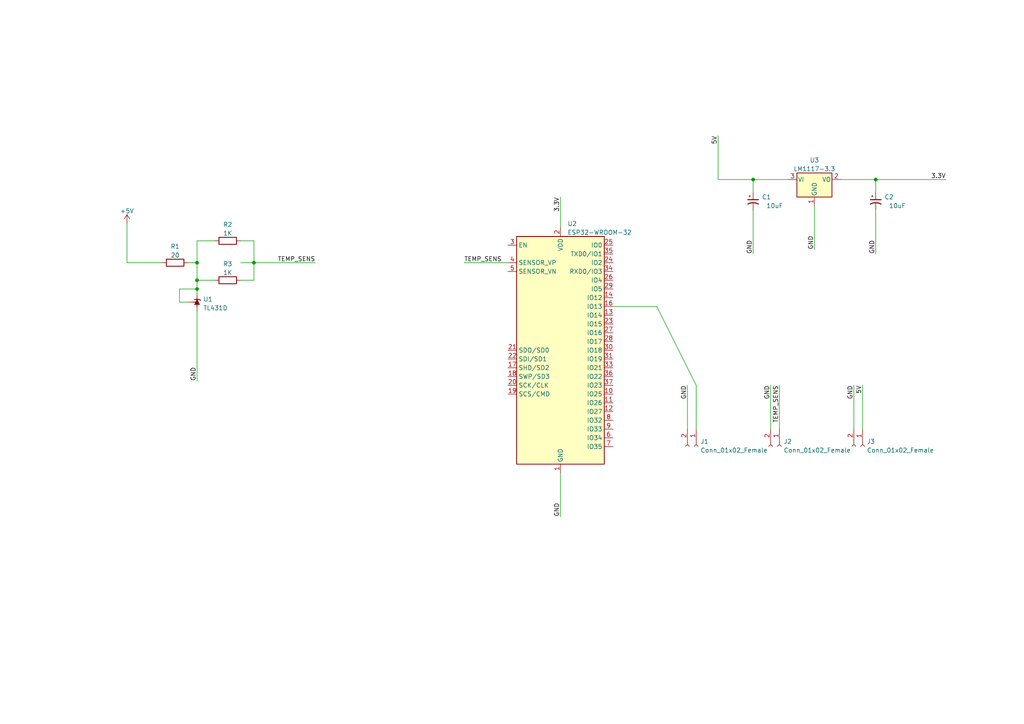
<source format=kicad_sch>
(kicad_sch (version 20211123) (generator eeschema)
  (paper "A4")
  (lib_symbols
    (symbol "Connector:Conn_01x02_Female" (pin_names (offset 1.016) hide)
      (property "Reference" "J" (at 0 2.54 0))
      (property "Value" "Conn_01x02_Female" (at 0 -5.08 0))
      (symbol "Conn_01x02_Female_1_1"
        (arc (start 0 -2.032) (mid -0.508 -2.54) (end 0 -3.048) (stroke (width 0.1524)))
        (polyline (pts (xy -1.27 -2.54) (xy -0.508 -2.54)) (stroke (width 0.1524)))
        (polyline (pts (xy -1.27 0) (xy -0.508 0)) (stroke (width 0.1524)))
        (arc (start 0 0.508) (mid -0.508 0) (end 0 -0.508) (stroke (width 0.1524)))
        (pin passive line (at -5.08 0 0) (length 3.81) (name "Pin_1") (number "1"))
        (pin passive line (at -5.08 -2.54 0) (length 3.81) (name "Pin_2") (number "2"))
      )
    )
    (symbol "Device:C_Polarized_Small_US" (pin_numbers hide) (pin_names (offset 0.254) hide)
      (property "Reference" "C" (at 0.254 1.778 0))
      (property "Value" "C_Polarized_Small_US" (at 0.254 -2.032 0))
      (symbol "C_Polarized_Small_US_0_1"
        (polyline (pts (xy -1.524 0.508) (xy 1.524 0.508)) (stroke (width 0.3048)))
        (polyline (pts (xy -1.27 1.524) (xy -0.762 1.524)))
        (polyline (pts (xy -1.016 1.27) (xy -1.016 1.778)))
        (arc (start 1.524 -0.762) (mid 0 -0.3734) (end -1.524 -0.762) (stroke (width 0.3048)))
      )
      (symbol "C_Polarized_Small_US_1_1"
        (pin passive line (at 0 2.54 270) (length 2.032) (name "~") (number "1"))
        (pin passive line (at 0 -2.54 90) (length 2.032) (name "~") (number "2"))
      )
    )
    (symbol "Device:R" (pin_numbers hide) (pin_names (offset 0))
      (property "Reference" "R" (at 2.032 0 90))
      (property "Value" "R" (at 0 0 90))
      (symbol "R_0_1"
        (rectangle (start -1.016 -2.54) (end 1.016 2.54) (stroke (width 0.254)))
      )
      (symbol "R_1_1"
        (pin passive line (at 0 3.81 270) (length 1.27) (name "~") (number "1"))
        (pin passive line (at 0 -3.81 90) (length 1.27) (name "~") (number "2"))
      )
    )
    (symbol "RF_Module:ESP32-WROOM-32"
      (property "Reference" "U" (at -12.7 34.29 0))
      (property "Value" "ESP32-WROOM-32" (at 1.27 34.29 0))
      (symbol "ESP32-WROOM-32_0_1"
        (rectangle (start -12.7 33.02) (end 12.7 -33.02) (stroke (width 0.254)) (fill (type background)))
      )
      (symbol "ESP32-WROOM-32_1_1"
        (pin power_in line (at 0 -35.56 90) (length 2.54) (name "GND") (number "1"))
        (pin bidirectional line (at 15.24 -12.7 180) (length 2.54) (name "IO25") (number "10"))
        (pin bidirectional line (at 15.24 -15.24 180) (length 2.54) (name "IO26") (number "11"))
        (pin bidirectional line (at 15.24 -17.78 180) (length 2.54) (name "IO27") (number "12"))
        (pin bidirectional line (at 15.24 10.16 180) (length 2.54) (name "IO14") (number "13"))
        (pin bidirectional line (at 15.24 15.24 180) (length 2.54) (name "IO12") (number "14"))
        (pin passive line (at 0 -35.56 90) (length 2.54) hide (name "GND") (number "15"))
        (pin bidirectional line (at 15.24 12.7 180) (length 2.54) (name "IO13") (number "16"))
        (pin bidirectional line (at -15.24 -5.08 0) (length 2.54) (name "SHD/SD2") (number "17"))
        (pin bidirectional line (at -15.24 -7.62 0) (length 2.54) (name "SWP/SD3") (number "18"))
        (pin bidirectional line (at -15.24 -12.7 0) (length 2.54) (name "SCS/CMD") (number "19"))
        (pin power_in line (at 0 35.56 270) (length 2.54) (name "VDD") (number "2"))
        (pin bidirectional line (at -15.24 -10.16 0) (length 2.54) (name "SCK/CLK") (number "20"))
        (pin bidirectional line (at -15.24 0 0) (length 2.54) (name "SDO/SD0") (number "21"))
        (pin bidirectional line (at -15.24 -2.54 0) (length 2.54) (name "SDI/SD1") (number "22"))
        (pin bidirectional line (at 15.24 7.62 180) (length 2.54) (name "IO15") (number "23"))
        (pin bidirectional line (at 15.24 25.4 180) (length 2.54) (name "IO2") (number "24"))
        (pin bidirectional line (at 15.24 30.48 180) (length 2.54) (name "IO0") (number "25"))
        (pin bidirectional line (at 15.24 20.32 180) (length 2.54) (name "IO4") (number "26"))
        (pin bidirectional line (at 15.24 5.08 180) (length 2.54) (name "IO16") (number "27"))
        (pin bidirectional line (at 15.24 2.54 180) (length 2.54) (name "IO17") (number "28"))
        (pin bidirectional line (at 15.24 17.78 180) (length 2.54) (name "IO5") (number "29"))
        (pin input line (at -15.24 30.48 0) (length 2.54) (name "EN") (number "3"))
        (pin bidirectional line (at 15.24 0 180) (length 2.54) (name "IO18") (number "30"))
        (pin bidirectional line (at 15.24 -2.54 180) (length 2.54) (name "IO19") (number "31"))
        (pin no_connect line (at -12.7 -27.94 0) (length 2.54) hide (name "NC") (number "32"))
        (pin bidirectional line (at 15.24 -5.08 180) (length 2.54) (name "IO21") (number "33"))
        (pin bidirectional line (at 15.24 22.86 180) (length 2.54) (name "RXD0/IO3") (number "34"))
        (pin bidirectional line (at 15.24 27.94 180) (length 2.54) (name "TXD0/IO1") (number "35"))
        (pin bidirectional line (at 15.24 -7.62 180) (length 2.54) (name "IO22") (number "36"))
        (pin bidirectional line (at 15.24 -10.16 180) (length 2.54) (name "IO23") (number "37"))
        (pin passive line (at 0 -35.56 90) (length 2.54) hide (name "GND") (number "38"))
        (pin passive line (at 0 -35.56 90) (length 2.54) hide (name "GND") (number "39"))
        (pin input line (at -15.24 25.4 0) (length 2.54) (name "SENSOR_VP") (number "4"))
        (pin input line (at -15.24 22.86 0) (length 2.54) (name "SENSOR_VN") (number "5"))
        (pin input line (at 15.24 -25.4 180) (length 2.54) (name "IO34") (number "6"))
        (pin input line (at 15.24 -27.94 180) (length 2.54) (name "IO35") (number "7"))
        (pin bidirectional line (at 15.24 -20.32 180) (length 2.54) (name "IO32") (number "8"))
        (pin bidirectional line (at 15.24 -22.86 180) (length 2.54) (name "IO33") (number "9"))
      )
    )
    (symbol "Reference_Voltage:TL431D" (pin_numbers hide) (pin_names hide)
      (property "Reference" "U" (at 0 -2.54 0))
      (property "Value" "TL431D" (at 0 -4.445 0))
      (symbol "TL431D_0_1"
        (polyline (pts (xy -1.27 0) (xy 0 0) (xy 1.27 0)))
        (polyline (pts (xy -0.762 0.762) (xy 0.762 0) (xy -0.762 -0.762)) (fill (type outline)))
        (polyline (pts (xy 0.508 -1.016) (xy 0.762 -0.762) (xy 0.762 0.762) (xy 0.762 0.762)) (stroke (width 0.254)))
      )
      (symbol "TL431D_1_1"
        (polyline (pts (xy 0 1.27) (xy 0 0)))
        (pin passive line (at 2.54 0 180) (length 2.54) (name "K") (number "1"))
        (pin passive line (at -2.54 0 0) (length 2.54) (name "A") (number "2"))
        (pin passive line (at -2.54 0 0) (length 2.54) hide (name "A") (number "3"))
        (pin passive line (at -2.54 0 0) (length 2.54) hide (name "A") (number "6"))
        (pin passive line (at -2.54 0 0) (length 2.54) hide (name "A") (number "7"))
        (pin passive line (at 0 2.54 270) (length 2.54) (name "REF") (number "8"))
      )
    )
    (symbol "Regulator_Linear:LM1117-3.3" (pin_names (offset 0.254))
      (property "Reference" "U" (at -3.81 3.175 0))
      (property "Value" "LM1117-3.3" (at 0 3.175 0))
      (symbol "LM1117-3.3_0_1"
        (rectangle (start -5.08 -5.08) (end 5.08 1.905) (stroke (width 0.254)) (fill (type background)))
      )
      (symbol "LM1117-3.3_1_1"
        (pin power_in line (at 0 -7.62 90) (length 2.54) (name "GND") (number "1"))
        (pin power_out line (at 7.62 0 180) (length 2.54) (name "VO") (number "2"))
        (pin power_in line (at -7.62 0 0) (length 2.54) (name "VI") (number "3"))
      )
    )
    (symbol "power:+5V" (power) (pin_names (offset 0))
      (property "Value" "+5V" (at 0 3.556 0))
      (symbol "+5V_0_1"
        (polyline (pts (xy -0.762 1.27) (xy 0 2.54)))
        (polyline (pts (xy 0 0) (xy 0 2.54)))
        (polyline (pts (xy 0 2.54) (xy 0.762 1.27)))
      )
      (symbol "+5V_1_1"
        (pin power_in line (at 0 0 90) (length 0) hide (name "+5V") (number "1"))
      )
    )
  )
  (junction (at 218.44 52.07))
  (junction (at 57.15 81.28))
  (junction (at 73.66 76.2))
  (junction (at 254 52.07))
  (junction (at 57.15 76.2))
  (junction (at 57.15 83.82))
  (wire (pts (xy 46.99 76.2) (xy 36.83 76.2)))
  (wire (pts (xy 236.22 72.39) (xy 236.22 59.69)))
  (wire (pts (xy 73.66 76.2) (xy 91.44 76.2)))
  (wire (pts (xy 147.32 76.2) (xy 134.62 76.2)))
  (wire (pts (xy 57.15 83.82) (xy 57.15 85.09)))
  (wire (pts (xy 57.15 83.82) (xy 57.15 81.28)))
  (wire (pts (xy 218.44 73.66) (xy 218.44 60.96)))
  (wire (pts (xy 201.93 124.46) (xy 201.93 111.76)))
  (wire (pts (xy 162.56 149.86) (xy 162.56 137.16)))
  (wire (pts (xy 177.8 88.9) (xy 190.5 88.9)))
  (wire (pts (xy 190.5 88.9) (xy 201.93 111.76)))
  (wire (pts (xy 69.85 81.28) (xy 73.66 81.28)))
  (wire (pts (xy 250.19 111.76) (xy 250.19 124.46)))
  (wire (pts (xy 69.85 69.85) (xy 73.66 69.85)))
  (wire (pts (xy 223.52 111.76) (xy 223.52 124.46)))
  (wire (pts (xy 73.66 81.28) (xy 73.66 76.2)))
  (wire (pts (xy 52.07 83.82) (xy 57.15 83.82)))
  (wire (pts (xy 208.28 52.07) (xy 218.44 52.07)))
  (wire (pts (xy 226.06 124.46) (xy 226.06 111.76)))
  (wire (pts (xy 254 52.07) (xy 254 55.88)))
  (wire (pts (xy 36.83 64.77) (xy 36.83 76.2)))
  (wire (pts (xy 54.61 76.2) (xy 57.15 76.2)))
  (wire (pts (xy 57.15 69.85) (xy 62.23 69.85)))
  (wire (pts (xy 218.44 52.07) (xy 218.44 55.88)))
  (wire (pts (xy 247.65 111.76) (xy 247.65 124.46)))
  (wire (pts (xy 243.84 52.07) (xy 254 52.07)))
  (wire (pts (xy 57.15 81.28) (xy 62.23 81.28)))
  (wire (pts (xy 57.15 90.17) (xy 57.15 110.49)))
  (wire (pts (xy 52.07 87.63) (xy 52.07 83.82)))
  (wire (pts (xy 199.39 111.76) (xy 199.39 124.46)))
  (wire (pts (xy 254 52.07) (xy 274.32 52.07)))
  (wire (pts (xy 73.66 69.85) (xy 73.66 76.2)))
  (wire (pts (xy 208.28 39.37) (xy 208.28 52.07)))
  (wire (pts (xy 254 73.66) (xy 254 60.96)))
  (wire (pts (xy 162.56 57.15) (xy 162.56 66.04)))
  (wire (pts (xy 54.61 87.63) (xy 52.07 87.63)))
  (wire (pts (xy 57.15 76.2) (xy 57.15 69.85)))
  (wire (pts (xy 57.15 81.28) (xy 57.15 76.2)))
  (wire (pts (xy 69.85 76.2) (xy 73.66 76.2)))
  (wire (pts (xy 228.6 52.07) (xy 218.44 52.07)))
  (label "5V" (at 208.28 39.37 270))
  (label "GND" (at 57.15 110.49 90))
  (label "5V" (at 250.19 111.76 270))
  (label "GND" (at 199.39 111.76 270))
  (label "3.3V" (at 162.56 57.15 270))
  (label "GND" (at 162.56 149.86 90))
  (label "GND" (at 223.52 111.76 270))
  (label "TEMP_SENS" (at 226.06 111.76 270))
  (label "GND" (at 236.22 72.39 90))
  (label "GND" (at 218.44 73.66 90))
  (label "GND" (at 247.65 111.76 270))
  (label "3.3V" (at 274.32 52.07 180))
  (label "TEMP_SENS" (at 91.44 76.2 180))
  (label "TEMP_SENS" (at 134.62 76.2 0))
  (label "GND" (at 254 73.66 90))
  (symbol (lib_id "power:+5V") (at 36.83 64.77 0) (unit 1)
    (property "Reference" "#PWR01" (effects hide))
    (property "Value" "+5V" (at 36.83 61.1942 0))
  )
  (symbol (lib_id "Connector:Conn_01x02_Female") (at 226.06 129.54 270) (unit 1)
    (property "Reference" "J2" (at 227.2792 128.0703 90) (effects (justify left)))
    (property "Value" "Conn_01x02_Female" (at 227.2792 130.6072 90) (effects (justify left)))
    (property "Footprint" "Connector_PinHeader_1.27mm:PinHeader_1x02_P1.27mm_Vertical" (effects hide))
  )
  (symbol (lib_id "RF_Module:ESP32-WROOM-32") (at 162.56 101.6 0) (unit 1)
    (property "Reference" "U2" (at 164.5794 64.8802 0) (effects (justify left)))
    (property "Value" "ESP32-WROOM-32" (at 164.5794 67.4171 0) (effects (justify left)))
    (property "Footprint" "RF_Module:ESP32-WROOM-32" (effects hide))
    (property "Datasheet" "https://www.espressif.com/sites/default/files/documentation/esp32-wroom-32_datasheet_en.pdf" (effects hide))
  )
  (symbol (lib_id "Connector:Conn_01x02_Female") (at 250.19 129.54 270) (unit 1)
    (property "Reference" "J3" (at 251.4092 128.0703 90) (effects (justify left)))
    (property "Value" "Conn_01x02_Female" (at 251.4092 130.6072 90) (effects (justify left)))
    (property "Footprint" "Connector_PinHeader_1.27mm:PinHeader_1x02_P1.27mm_Vertical" (effects hide))
  )
  (symbol (lib_id "Device:R") (at 66.04 69.85 90) (unit 1)
    (property "Reference" "R2" (at 66.04 65.1342 90))
    (property "Value" "1K" (at 66.04 67.6711 90))
    (property "Footprint" "Resistor_SMD:R_0402_1005Metric" (effects hide))
  )
  (symbol (lib_id "Regulator_Linear:LM1117-3.3") (at 236.22 52.07 0) (unit 1)
    (property "Reference" "U3" (at 236.22 46.4652 0))
    (property "Value" "LM1117-3.3" (at 236.22 49.0021 0))
    (property "Footprint" "LM1117-3:SOT230" (effects hide))
    (property "Datasheet" "http://www.ti.com/lit/ds/symlink/lm1117.pdf" (effects hide))
    (property "Manufacturer" "Texas Instruments" (effects hide))
    (property "Manufacturer Part Number" "LM1117DTX-3.3/NOPB" (effects hide))
    (property "Supplier" "DigiKey" (effects hide))
    (property "Supplier Part Number" "LM1117DTX-3.3/NOPBTR-ND" (effects hide))
    (property "Package/Case" "TO-252-3, DPak (2 Leads + Tab), SC-63" (effects hide))
    (property "Price" "$1.53" (effects hide))
  )
  (symbol (lib_id "Reference_Voltage:TL431D") (at 57.15 87.63 90) (unit 1)
    (property "Reference" "U1" (at 58.928 86.7953 90) (effects (justify right)))
    (property "Value" "TL431D" (at 58.928 89.3322 90) (effects (justify right)))
    (property "Footprint" "Package_SO:SOIC-8_3.9x4.9mm_P1.27mm" (effects hide))
    (property "Datasheet" "http://www.ti.com/lit/ds/symlink/tl431.pdf" (effects hide))
  )
  (symbol (lib_id "Connector:Conn_01x02_Female") (at 201.93 129.54 270) (unit 1)
    (property "Reference" "J1" (at 203.1492 128.0703 90) (effects (justify left)))
    (property "Value" "Conn_01x02_Female" (at 203.1492 130.6072 90) (effects (justify left)))
    (property "Footprint" "Connector_PinHeader_1.27mm:PinHeader_1x02_P1.27mm_Vertical" (effects hide))
  )
  (symbol (lib_id "Device:C_Polarized_Small_US") (at 218.44 58.42 0) (unit 1)
    (property "Reference" "C1" (at 220.98 57.15 0) (effects (justify left)))
    (property "Value" "10uF" (at 222.25 59.69 0) (effects (justify left)))
    (property "Footprint" "Capacitor_SMD:C_Elec_4x5.8" (effects hide))
    (property "Datasheet" "https://industrial.panasonic.com/cdbs/www-data/pdf/RDE0000/ABA0000C1181.pdf" (effects hide))
    (property "Description" "CAP ALUM 10UF 20% 16V SMD" (effects hide))
    (property "Manufacturer" "Panasonic Electronic Components" (effects hide))
    (property "Manufacturer Part Number" "EEE-FK1C100R" (effects hide))
    (property "Supplier" "DigiKey" (effects hide))
    (property "Supplier Part Number" "PCE3782TR-ND" (effects hide))
    (property "Package/Case" "Radial, Can - SMD" (effects hide))
    (property "Price" "0$.46" (effects hide))
  )
  (symbol (lib_id "Device:R") (at 66.04 81.28 90) (unit 1)
    (property "Reference" "R3" (at 66.04 76.5642 90))
    (property "Value" "1K" (at 66.04 79.1011 90))
    (property "Footprint" "Resistor_SMD:R_0402_1005Metric" (effects hide))
  )
  (symbol (lib_id "Device:C_Polarized_Small_US") (at 254 58.42 0) (unit 1)
    (property "Reference" "C2" (at 256.54 57.15 0) (effects (justify left)))
    (property "Value" "10uF" (at 257.81 59.69 0) (effects (justify left)))
    (property "Footprint" "Capacitor_SMD:C_Elec_4x5.8" (effects hide))
    (property "Datasheet" "https://industrial.panasonic.com/cdbs/www-data/pdf/RDE0000/ABA0000C1181.pdf" (effects hide))
    (property "Description" "CAP ALUM 10UF 20% 16V SMD" (effects hide))
    (property "Manufacturer" "Panasonic Electronic Components" (effects hide))
    (property "Manufacturer Part Number" "EEE-FK1C100R" (effects hide))
    (property "Supplier" "DigiKey" (effects hide))
    (property "Supplier Part Number" "PCE3782TR-ND" (effects hide))
    (property "Package/Case" "Radial, Can - SMD" (effects hide))
    (property "Price" "0$.46" (effects hide))
  )
  (symbol (lib_id "Device:R") (at 50.8 76.2 90) (unit 1)
    (property "Reference" "R1" (at 50.8 71.4842 90))
    (property "Value" "20" (at 50.8 74.0211 90))
    (property "Footprint" "Resistor_SMD:R_0402_1005Metric" (effects hide))
  )
)
</source>
